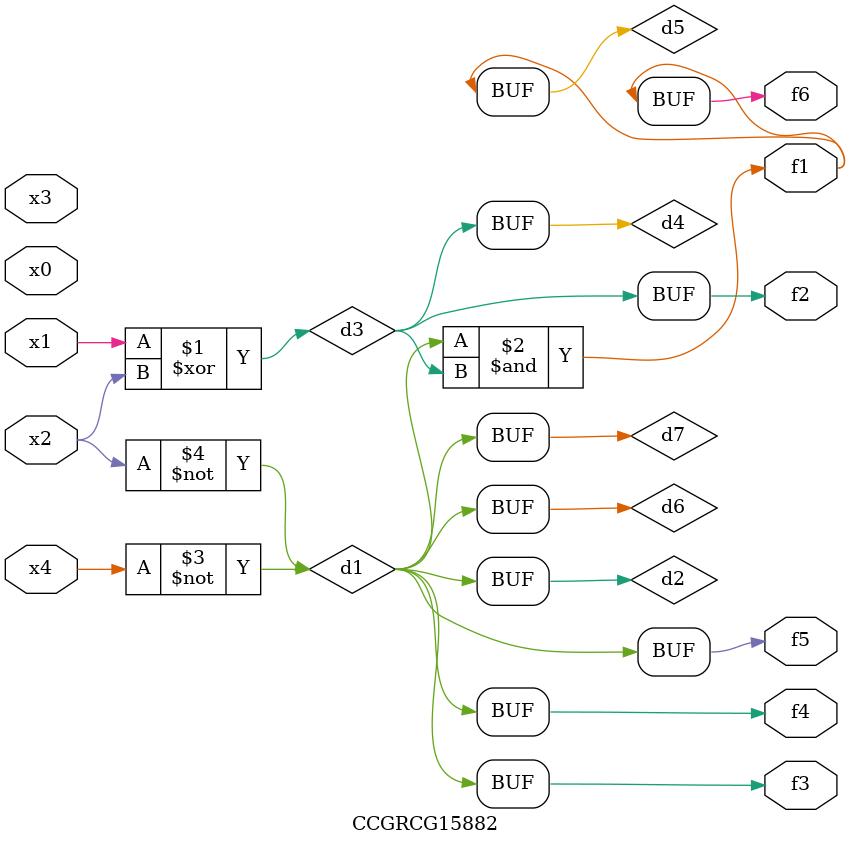
<source format=v>
module CCGRCG15882(
	input x0, x1, x2, x3, x4,
	output f1, f2, f3, f4, f5, f6
);

	wire d1, d2, d3, d4, d5, d6, d7;

	not (d1, x4);
	not (d2, x2);
	xor (d3, x1, x2);
	buf (d4, d3);
	and (d5, d1, d3);
	buf (d6, d1, d2);
	buf (d7, d2);
	assign f1 = d5;
	assign f2 = d4;
	assign f3 = d7;
	assign f4 = d7;
	assign f5 = d7;
	assign f6 = d5;
endmodule

</source>
